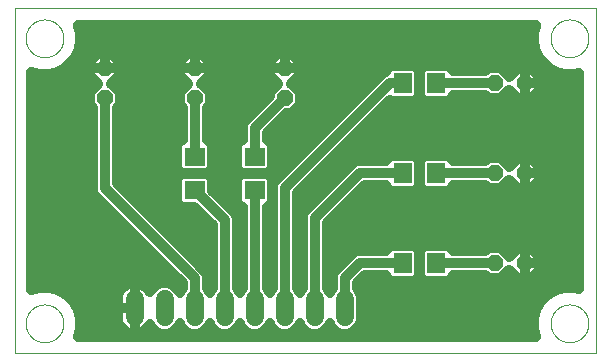
<source format=gtl>
G75*
%MOIN*%
%OFA0B0*%
%FSLAX25Y25*%
%IPPOS*%
%LPD*%
%AMOC8*
5,1,8,0,0,1.08239X$1,22.5*
%
%ADD10C,0.00000*%
%ADD11C,0.06000*%
%ADD12OC8,0.05200*%
%ADD13R,0.06299X0.07098*%
%ADD14R,0.07098X0.06299*%
%ADD15C,0.03200*%
D10*
X0002600Y0002600D02*
X0002600Y0117561D01*
X0196301Y0117561D01*
X0196301Y0002600D01*
X0002600Y0002600D01*
X0006301Y0012600D02*
X0006303Y0012758D01*
X0006309Y0012916D01*
X0006319Y0013074D01*
X0006333Y0013232D01*
X0006351Y0013389D01*
X0006372Y0013546D01*
X0006398Y0013702D01*
X0006428Y0013858D01*
X0006461Y0014013D01*
X0006499Y0014166D01*
X0006540Y0014319D01*
X0006585Y0014471D01*
X0006634Y0014622D01*
X0006687Y0014771D01*
X0006743Y0014919D01*
X0006803Y0015065D01*
X0006867Y0015210D01*
X0006935Y0015353D01*
X0007006Y0015495D01*
X0007080Y0015635D01*
X0007158Y0015772D01*
X0007240Y0015908D01*
X0007324Y0016042D01*
X0007413Y0016173D01*
X0007504Y0016302D01*
X0007599Y0016429D01*
X0007696Y0016554D01*
X0007797Y0016676D01*
X0007901Y0016795D01*
X0008008Y0016912D01*
X0008118Y0017026D01*
X0008231Y0017137D01*
X0008346Y0017246D01*
X0008464Y0017351D01*
X0008585Y0017453D01*
X0008708Y0017553D01*
X0008834Y0017649D01*
X0008962Y0017742D01*
X0009092Y0017832D01*
X0009225Y0017918D01*
X0009360Y0018002D01*
X0009496Y0018081D01*
X0009635Y0018158D01*
X0009776Y0018230D01*
X0009918Y0018300D01*
X0010062Y0018365D01*
X0010208Y0018427D01*
X0010355Y0018485D01*
X0010504Y0018540D01*
X0010654Y0018591D01*
X0010805Y0018638D01*
X0010957Y0018681D01*
X0011110Y0018720D01*
X0011265Y0018756D01*
X0011420Y0018787D01*
X0011576Y0018815D01*
X0011732Y0018839D01*
X0011889Y0018859D01*
X0012047Y0018875D01*
X0012204Y0018887D01*
X0012363Y0018895D01*
X0012521Y0018899D01*
X0012679Y0018899D01*
X0012837Y0018895D01*
X0012996Y0018887D01*
X0013153Y0018875D01*
X0013311Y0018859D01*
X0013468Y0018839D01*
X0013624Y0018815D01*
X0013780Y0018787D01*
X0013935Y0018756D01*
X0014090Y0018720D01*
X0014243Y0018681D01*
X0014395Y0018638D01*
X0014546Y0018591D01*
X0014696Y0018540D01*
X0014845Y0018485D01*
X0014992Y0018427D01*
X0015138Y0018365D01*
X0015282Y0018300D01*
X0015424Y0018230D01*
X0015565Y0018158D01*
X0015704Y0018081D01*
X0015840Y0018002D01*
X0015975Y0017918D01*
X0016108Y0017832D01*
X0016238Y0017742D01*
X0016366Y0017649D01*
X0016492Y0017553D01*
X0016615Y0017453D01*
X0016736Y0017351D01*
X0016854Y0017246D01*
X0016969Y0017137D01*
X0017082Y0017026D01*
X0017192Y0016912D01*
X0017299Y0016795D01*
X0017403Y0016676D01*
X0017504Y0016554D01*
X0017601Y0016429D01*
X0017696Y0016302D01*
X0017787Y0016173D01*
X0017876Y0016042D01*
X0017960Y0015908D01*
X0018042Y0015772D01*
X0018120Y0015635D01*
X0018194Y0015495D01*
X0018265Y0015353D01*
X0018333Y0015210D01*
X0018397Y0015065D01*
X0018457Y0014919D01*
X0018513Y0014771D01*
X0018566Y0014622D01*
X0018615Y0014471D01*
X0018660Y0014319D01*
X0018701Y0014166D01*
X0018739Y0014013D01*
X0018772Y0013858D01*
X0018802Y0013702D01*
X0018828Y0013546D01*
X0018849Y0013389D01*
X0018867Y0013232D01*
X0018881Y0013074D01*
X0018891Y0012916D01*
X0018897Y0012758D01*
X0018899Y0012600D01*
X0018897Y0012442D01*
X0018891Y0012284D01*
X0018881Y0012126D01*
X0018867Y0011968D01*
X0018849Y0011811D01*
X0018828Y0011654D01*
X0018802Y0011498D01*
X0018772Y0011342D01*
X0018739Y0011187D01*
X0018701Y0011034D01*
X0018660Y0010881D01*
X0018615Y0010729D01*
X0018566Y0010578D01*
X0018513Y0010429D01*
X0018457Y0010281D01*
X0018397Y0010135D01*
X0018333Y0009990D01*
X0018265Y0009847D01*
X0018194Y0009705D01*
X0018120Y0009565D01*
X0018042Y0009428D01*
X0017960Y0009292D01*
X0017876Y0009158D01*
X0017787Y0009027D01*
X0017696Y0008898D01*
X0017601Y0008771D01*
X0017504Y0008646D01*
X0017403Y0008524D01*
X0017299Y0008405D01*
X0017192Y0008288D01*
X0017082Y0008174D01*
X0016969Y0008063D01*
X0016854Y0007954D01*
X0016736Y0007849D01*
X0016615Y0007747D01*
X0016492Y0007647D01*
X0016366Y0007551D01*
X0016238Y0007458D01*
X0016108Y0007368D01*
X0015975Y0007282D01*
X0015840Y0007198D01*
X0015704Y0007119D01*
X0015565Y0007042D01*
X0015424Y0006970D01*
X0015282Y0006900D01*
X0015138Y0006835D01*
X0014992Y0006773D01*
X0014845Y0006715D01*
X0014696Y0006660D01*
X0014546Y0006609D01*
X0014395Y0006562D01*
X0014243Y0006519D01*
X0014090Y0006480D01*
X0013935Y0006444D01*
X0013780Y0006413D01*
X0013624Y0006385D01*
X0013468Y0006361D01*
X0013311Y0006341D01*
X0013153Y0006325D01*
X0012996Y0006313D01*
X0012837Y0006305D01*
X0012679Y0006301D01*
X0012521Y0006301D01*
X0012363Y0006305D01*
X0012204Y0006313D01*
X0012047Y0006325D01*
X0011889Y0006341D01*
X0011732Y0006361D01*
X0011576Y0006385D01*
X0011420Y0006413D01*
X0011265Y0006444D01*
X0011110Y0006480D01*
X0010957Y0006519D01*
X0010805Y0006562D01*
X0010654Y0006609D01*
X0010504Y0006660D01*
X0010355Y0006715D01*
X0010208Y0006773D01*
X0010062Y0006835D01*
X0009918Y0006900D01*
X0009776Y0006970D01*
X0009635Y0007042D01*
X0009496Y0007119D01*
X0009360Y0007198D01*
X0009225Y0007282D01*
X0009092Y0007368D01*
X0008962Y0007458D01*
X0008834Y0007551D01*
X0008708Y0007647D01*
X0008585Y0007747D01*
X0008464Y0007849D01*
X0008346Y0007954D01*
X0008231Y0008063D01*
X0008118Y0008174D01*
X0008008Y0008288D01*
X0007901Y0008405D01*
X0007797Y0008524D01*
X0007696Y0008646D01*
X0007599Y0008771D01*
X0007504Y0008898D01*
X0007413Y0009027D01*
X0007324Y0009158D01*
X0007240Y0009292D01*
X0007158Y0009428D01*
X0007080Y0009565D01*
X0007006Y0009705D01*
X0006935Y0009847D01*
X0006867Y0009990D01*
X0006803Y0010135D01*
X0006743Y0010281D01*
X0006687Y0010429D01*
X0006634Y0010578D01*
X0006585Y0010729D01*
X0006540Y0010881D01*
X0006499Y0011034D01*
X0006461Y0011187D01*
X0006428Y0011342D01*
X0006398Y0011498D01*
X0006372Y0011654D01*
X0006351Y0011811D01*
X0006333Y0011968D01*
X0006319Y0012126D01*
X0006309Y0012284D01*
X0006303Y0012442D01*
X0006301Y0012600D01*
X0006301Y0107600D02*
X0006303Y0107758D01*
X0006309Y0107916D01*
X0006319Y0108074D01*
X0006333Y0108232D01*
X0006351Y0108389D01*
X0006372Y0108546D01*
X0006398Y0108702D01*
X0006428Y0108858D01*
X0006461Y0109013D01*
X0006499Y0109166D01*
X0006540Y0109319D01*
X0006585Y0109471D01*
X0006634Y0109622D01*
X0006687Y0109771D01*
X0006743Y0109919D01*
X0006803Y0110065D01*
X0006867Y0110210D01*
X0006935Y0110353D01*
X0007006Y0110495D01*
X0007080Y0110635D01*
X0007158Y0110772D01*
X0007240Y0110908D01*
X0007324Y0111042D01*
X0007413Y0111173D01*
X0007504Y0111302D01*
X0007599Y0111429D01*
X0007696Y0111554D01*
X0007797Y0111676D01*
X0007901Y0111795D01*
X0008008Y0111912D01*
X0008118Y0112026D01*
X0008231Y0112137D01*
X0008346Y0112246D01*
X0008464Y0112351D01*
X0008585Y0112453D01*
X0008708Y0112553D01*
X0008834Y0112649D01*
X0008962Y0112742D01*
X0009092Y0112832D01*
X0009225Y0112918D01*
X0009360Y0113002D01*
X0009496Y0113081D01*
X0009635Y0113158D01*
X0009776Y0113230D01*
X0009918Y0113300D01*
X0010062Y0113365D01*
X0010208Y0113427D01*
X0010355Y0113485D01*
X0010504Y0113540D01*
X0010654Y0113591D01*
X0010805Y0113638D01*
X0010957Y0113681D01*
X0011110Y0113720D01*
X0011265Y0113756D01*
X0011420Y0113787D01*
X0011576Y0113815D01*
X0011732Y0113839D01*
X0011889Y0113859D01*
X0012047Y0113875D01*
X0012204Y0113887D01*
X0012363Y0113895D01*
X0012521Y0113899D01*
X0012679Y0113899D01*
X0012837Y0113895D01*
X0012996Y0113887D01*
X0013153Y0113875D01*
X0013311Y0113859D01*
X0013468Y0113839D01*
X0013624Y0113815D01*
X0013780Y0113787D01*
X0013935Y0113756D01*
X0014090Y0113720D01*
X0014243Y0113681D01*
X0014395Y0113638D01*
X0014546Y0113591D01*
X0014696Y0113540D01*
X0014845Y0113485D01*
X0014992Y0113427D01*
X0015138Y0113365D01*
X0015282Y0113300D01*
X0015424Y0113230D01*
X0015565Y0113158D01*
X0015704Y0113081D01*
X0015840Y0113002D01*
X0015975Y0112918D01*
X0016108Y0112832D01*
X0016238Y0112742D01*
X0016366Y0112649D01*
X0016492Y0112553D01*
X0016615Y0112453D01*
X0016736Y0112351D01*
X0016854Y0112246D01*
X0016969Y0112137D01*
X0017082Y0112026D01*
X0017192Y0111912D01*
X0017299Y0111795D01*
X0017403Y0111676D01*
X0017504Y0111554D01*
X0017601Y0111429D01*
X0017696Y0111302D01*
X0017787Y0111173D01*
X0017876Y0111042D01*
X0017960Y0110908D01*
X0018042Y0110772D01*
X0018120Y0110635D01*
X0018194Y0110495D01*
X0018265Y0110353D01*
X0018333Y0110210D01*
X0018397Y0110065D01*
X0018457Y0109919D01*
X0018513Y0109771D01*
X0018566Y0109622D01*
X0018615Y0109471D01*
X0018660Y0109319D01*
X0018701Y0109166D01*
X0018739Y0109013D01*
X0018772Y0108858D01*
X0018802Y0108702D01*
X0018828Y0108546D01*
X0018849Y0108389D01*
X0018867Y0108232D01*
X0018881Y0108074D01*
X0018891Y0107916D01*
X0018897Y0107758D01*
X0018899Y0107600D01*
X0018897Y0107442D01*
X0018891Y0107284D01*
X0018881Y0107126D01*
X0018867Y0106968D01*
X0018849Y0106811D01*
X0018828Y0106654D01*
X0018802Y0106498D01*
X0018772Y0106342D01*
X0018739Y0106187D01*
X0018701Y0106034D01*
X0018660Y0105881D01*
X0018615Y0105729D01*
X0018566Y0105578D01*
X0018513Y0105429D01*
X0018457Y0105281D01*
X0018397Y0105135D01*
X0018333Y0104990D01*
X0018265Y0104847D01*
X0018194Y0104705D01*
X0018120Y0104565D01*
X0018042Y0104428D01*
X0017960Y0104292D01*
X0017876Y0104158D01*
X0017787Y0104027D01*
X0017696Y0103898D01*
X0017601Y0103771D01*
X0017504Y0103646D01*
X0017403Y0103524D01*
X0017299Y0103405D01*
X0017192Y0103288D01*
X0017082Y0103174D01*
X0016969Y0103063D01*
X0016854Y0102954D01*
X0016736Y0102849D01*
X0016615Y0102747D01*
X0016492Y0102647D01*
X0016366Y0102551D01*
X0016238Y0102458D01*
X0016108Y0102368D01*
X0015975Y0102282D01*
X0015840Y0102198D01*
X0015704Y0102119D01*
X0015565Y0102042D01*
X0015424Y0101970D01*
X0015282Y0101900D01*
X0015138Y0101835D01*
X0014992Y0101773D01*
X0014845Y0101715D01*
X0014696Y0101660D01*
X0014546Y0101609D01*
X0014395Y0101562D01*
X0014243Y0101519D01*
X0014090Y0101480D01*
X0013935Y0101444D01*
X0013780Y0101413D01*
X0013624Y0101385D01*
X0013468Y0101361D01*
X0013311Y0101341D01*
X0013153Y0101325D01*
X0012996Y0101313D01*
X0012837Y0101305D01*
X0012679Y0101301D01*
X0012521Y0101301D01*
X0012363Y0101305D01*
X0012204Y0101313D01*
X0012047Y0101325D01*
X0011889Y0101341D01*
X0011732Y0101361D01*
X0011576Y0101385D01*
X0011420Y0101413D01*
X0011265Y0101444D01*
X0011110Y0101480D01*
X0010957Y0101519D01*
X0010805Y0101562D01*
X0010654Y0101609D01*
X0010504Y0101660D01*
X0010355Y0101715D01*
X0010208Y0101773D01*
X0010062Y0101835D01*
X0009918Y0101900D01*
X0009776Y0101970D01*
X0009635Y0102042D01*
X0009496Y0102119D01*
X0009360Y0102198D01*
X0009225Y0102282D01*
X0009092Y0102368D01*
X0008962Y0102458D01*
X0008834Y0102551D01*
X0008708Y0102647D01*
X0008585Y0102747D01*
X0008464Y0102849D01*
X0008346Y0102954D01*
X0008231Y0103063D01*
X0008118Y0103174D01*
X0008008Y0103288D01*
X0007901Y0103405D01*
X0007797Y0103524D01*
X0007696Y0103646D01*
X0007599Y0103771D01*
X0007504Y0103898D01*
X0007413Y0104027D01*
X0007324Y0104158D01*
X0007240Y0104292D01*
X0007158Y0104428D01*
X0007080Y0104565D01*
X0007006Y0104705D01*
X0006935Y0104847D01*
X0006867Y0104990D01*
X0006803Y0105135D01*
X0006743Y0105281D01*
X0006687Y0105429D01*
X0006634Y0105578D01*
X0006585Y0105729D01*
X0006540Y0105881D01*
X0006499Y0106034D01*
X0006461Y0106187D01*
X0006428Y0106342D01*
X0006398Y0106498D01*
X0006372Y0106654D01*
X0006351Y0106811D01*
X0006333Y0106968D01*
X0006319Y0107126D01*
X0006309Y0107284D01*
X0006303Y0107442D01*
X0006301Y0107600D01*
X0181301Y0107600D02*
X0181303Y0107758D01*
X0181309Y0107916D01*
X0181319Y0108074D01*
X0181333Y0108232D01*
X0181351Y0108389D01*
X0181372Y0108546D01*
X0181398Y0108702D01*
X0181428Y0108858D01*
X0181461Y0109013D01*
X0181499Y0109166D01*
X0181540Y0109319D01*
X0181585Y0109471D01*
X0181634Y0109622D01*
X0181687Y0109771D01*
X0181743Y0109919D01*
X0181803Y0110065D01*
X0181867Y0110210D01*
X0181935Y0110353D01*
X0182006Y0110495D01*
X0182080Y0110635D01*
X0182158Y0110772D01*
X0182240Y0110908D01*
X0182324Y0111042D01*
X0182413Y0111173D01*
X0182504Y0111302D01*
X0182599Y0111429D01*
X0182696Y0111554D01*
X0182797Y0111676D01*
X0182901Y0111795D01*
X0183008Y0111912D01*
X0183118Y0112026D01*
X0183231Y0112137D01*
X0183346Y0112246D01*
X0183464Y0112351D01*
X0183585Y0112453D01*
X0183708Y0112553D01*
X0183834Y0112649D01*
X0183962Y0112742D01*
X0184092Y0112832D01*
X0184225Y0112918D01*
X0184360Y0113002D01*
X0184496Y0113081D01*
X0184635Y0113158D01*
X0184776Y0113230D01*
X0184918Y0113300D01*
X0185062Y0113365D01*
X0185208Y0113427D01*
X0185355Y0113485D01*
X0185504Y0113540D01*
X0185654Y0113591D01*
X0185805Y0113638D01*
X0185957Y0113681D01*
X0186110Y0113720D01*
X0186265Y0113756D01*
X0186420Y0113787D01*
X0186576Y0113815D01*
X0186732Y0113839D01*
X0186889Y0113859D01*
X0187047Y0113875D01*
X0187204Y0113887D01*
X0187363Y0113895D01*
X0187521Y0113899D01*
X0187679Y0113899D01*
X0187837Y0113895D01*
X0187996Y0113887D01*
X0188153Y0113875D01*
X0188311Y0113859D01*
X0188468Y0113839D01*
X0188624Y0113815D01*
X0188780Y0113787D01*
X0188935Y0113756D01*
X0189090Y0113720D01*
X0189243Y0113681D01*
X0189395Y0113638D01*
X0189546Y0113591D01*
X0189696Y0113540D01*
X0189845Y0113485D01*
X0189992Y0113427D01*
X0190138Y0113365D01*
X0190282Y0113300D01*
X0190424Y0113230D01*
X0190565Y0113158D01*
X0190704Y0113081D01*
X0190840Y0113002D01*
X0190975Y0112918D01*
X0191108Y0112832D01*
X0191238Y0112742D01*
X0191366Y0112649D01*
X0191492Y0112553D01*
X0191615Y0112453D01*
X0191736Y0112351D01*
X0191854Y0112246D01*
X0191969Y0112137D01*
X0192082Y0112026D01*
X0192192Y0111912D01*
X0192299Y0111795D01*
X0192403Y0111676D01*
X0192504Y0111554D01*
X0192601Y0111429D01*
X0192696Y0111302D01*
X0192787Y0111173D01*
X0192876Y0111042D01*
X0192960Y0110908D01*
X0193042Y0110772D01*
X0193120Y0110635D01*
X0193194Y0110495D01*
X0193265Y0110353D01*
X0193333Y0110210D01*
X0193397Y0110065D01*
X0193457Y0109919D01*
X0193513Y0109771D01*
X0193566Y0109622D01*
X0193615Y0109471D01*
X0193660Y0109319D01*
X0193701Y0109166D01*
X0193739Y0109013D01*
X0193772Y0108858D01*
X0193802Y0108702D01*
X0193828Y0108546D01*
X0193849Y0108389D01*
X0193867Y0108232D01*
X0193881Y0108074D01*
X0193891Y0107916D01*
X0193897Y0107758D01*
X0193899Y0107600D01*
X0193897Y0107442D01*
X0193891Y0107284D01*
X0193881Y0107126D01*
X0193867Y0106968D01*
X0193849Y0106811D01*
X0193828Y0106654D01*
X0193802Y0106498D01*
X0193772Y0106342D01*
X0193739Y0106187D01*
X0193701Y0106034D01*
X0193660Y0105881D01*
X0193615Y0105729D01*
X0193566Y0105578D01*
X0193513Y0105429D01*
X0193457Y0105281D01*
X0193397Y0105135D01*
X0193333Y0104990D01*
X0193265Y0104847D01*
X0193194Y0104705D01*
X0193120Y0104565D01*
X0193042Y0104428D01*
X0192960Y0104292D01*
X0192876Y0104158D01*
X0192787Y0104027D01*
X0192696Y0103898D01*
X0192601Y0103771D01*
X0192504Y0103646D01*
X0192403Y0103524D01*
X0192299Y0103405D01*
X0192192Y0103288D01*
X0192082Y0103174D01*
X0191969Y0103063D01*
X0191854Y0102954D01*
X0191736Y0102849D01*
X0191615Y0102747D01*
X0191492Y0102647D01*
X0191366Y0102551D01*
X0191238Y0102458D01*
X0191108Y0102368D01*
X0190975Y0102282D01*
X0190840Y0102198D01*
X0190704Y0102119D01*
X0190565Y0102042D01*
X0190424Y0101970D01*
X0190282Y0101900D01*
X0190138Y0101835D01*
X0189992Y0101773D01*
X0189845Y0101715D01*
X0189696Y0101660D01*
X0189546Y0101609D01*
X0189395Y0101562D01*
X0189243Y0101519D01*
X0189090Y0101480D01*
X0188935Y0101444D01*
X0188780Y0101413D01*
X0188624Y0101385D01*
X0188468Y0101361D01*
X0188311Y0101341D01*
X0188153Y0101325D01*
X0187996Y0101313D01*
X0187837Y0101305D01*
X0187679Y0101301D01*
X0187521Y0101301D01*
X0187363Y0101305D01*
X0187204Y0101313D01*
X0187047Y0101325D01*
X0186889Y0101341D01*
X0186732Y0101361D01*
X0186576Y0101385D01*
X0186420Y0101413D01*
X0186265Y0101444D01*
X0186110Y0101480D01*
X0185957Y0101519D01*
X0185805Y0101562D01*
X0185654Y0101609D01*
X0185504Y0101660D01*
X0185355Y0101715D01*
X0185208Y0101773D01*
X0185062Y0101835D01*
X0184918Y0101900D01*
X0184776Y0101970D01*
X0184635Y0102042D01*
X0184496Y0102119D01*
X0184360Y0102198D01*
X0184225Y0102282D01*
X0184092Y0102368D01*
X0183962Y0102458D01*
X0183834Y0102551D01*
X0183708Y0102647D01*
X0183585Y0102747D01*
X0183464Y0102849D01*
X0183346Y0102954D01*
X0183231Y0103063D01*
X0183118Y0103174D01*
X0183008Y0103288D01*
X0182901Y0103405D01*
X0182797Y0103524D01*
X0182696Y0103646D01*
X0182599Y0103771D01*
X0182504Y0103898D01*
X0182413Y0104027D01*
X0182324Y0104158D01*
X0182240Y0104292D01*
X0182158Y0104428D01*
X0182080Y0104565D01*
X0182006Y0104705D01*
X0181935Y0104847D01*
X0181867Y0104990D01*
X0181803Y0105135D01*
X0181743Y0105281D01*
X0181687Y0105429D01*
X0181634Y0105578D01*
X0181585Y0105729D01*
X0181540Y0105881D01*
X0181499Y0106034D01*
X0181461Y0106187D01*
X0181428Y0106342D01*
X0181398Y0106498D01*
X0181372Y0106654D01*
X0181351Y0106811D01*
X0181333Y0106968D01*
X0181319Y0107126D01*
X0181309Y0107284D01*
X0181303Y0107442D01*
X0181301Y0107600D01*
X0181301Y0012600D02*
X0181303Y0012758D01*
X0181309Y0012916D01*
X0181319Y0013074D01*
X0181333Y0013232D01*
X0181351Y0013389D01*
X0181372Y0013546D01*
X0181398Y0013702D01*
X0181428Y0013858D01*
X0181461Y0014013D01*
X0181499Y0014166D01*
X0181540Y0014319D01*
X0181585Y0014471D01*
X0181634Y0014622D01*
X0181687Y0014771D01*
X0181743Y0014919D01*
X0181803Y0015065D01*
X0181867Y0015210D01*
X0181935Y0015353D01*
X0182006Y0015495D01*
X0182080Y0015635D01*
X0182158Y0015772D01*
X0182240Y0015908D01*
X0182324Y0016042D01*
X0182413Y0016173D01*
X0182504Y0016302D01*
X0182599Y0016429D01*
X0182696Y0016554D01*
X0182797Y0016676D01*
X0182901Y0016795D01*
X0183008Y0016912D01*
X0183118Y0017026D01*
X0183231Y0017137D01*
X0183346Y0017246D01*
X0183464Y0017351D01*
X0183585Y0017453D01*
X0183708Y0017553D01*
X0183834Y0017649D01*
X0183962Y0017742D01*
X0184092Y0017832D01*
X0184225Y0017918D01*
X0184360Y0018002D01*
X0184496Y0018081D01*
X0184635Y0018158D01*
X0184776Y0018230D01*
X0184918Y0018300D01*
X0185062Y0018365D01*
X0185208Y0018427D01*
X0185355Y0018485D01*
X0185504Y0018540D01*
X0185654Y0018591D01*
X0185805Y0018638D01*
X0185957Y0018681D01*
X0186110Y0018720D01*
X0186265Y0018756D01*
X0186420Y0018787D01*
X0186576Y0018815D01*
X0186732Y0018839D01*
X0186889Y0018859D01*
X0187047Y0018875D01*
X0187204Y0018887D01*
X0187363Y0018895D01*
X0187521Y0018899D01*
X0187679Y0018899D01*
X0187837Y0018895D01*
X0187996Y0018887D01*
X0188153Y0018875D01*
X0188311Y0018859D01*
X0188468Y0018839D01*
X0188624Y0018815D01*
X0188780Y0018787D01*
X0188935Y0018756D01*
X0189090Y0018720D01*
X0189243Y0018681D01*
X0189395Y0018638D01*
X0189546Y0018591D01*
X0189696Y0018540D01*
X0189845Y0018485D01*
X0189992Y0018427D01*
X0190138Y0018365D01*
X0190282Y0018300D01*
X0190424Y0018230D01*
X0190565Y0018158D01*
X0190704Y0018081D01*
X0190840Y0018002D01*
X0190975Y0017918D01*
X0191108Y0017832D01*
X0191238Y0017742D01*
X0191366Y0017649D01*
X0191492Y0017553D01*
X0191615Y0017453D01*
X0191736Y0017351D01*
X0191854Y0017246D01*
X0191969Y0017137D01*
X0192082Y0017026D01*
X0192192Y0016912D01*
X0192299Y0016795D01*
X0192403Y0016676D01*
X0192504Y0016554D01*
X0192601Y0016429D01*
X0192696Y0016302D01*
X0192787Y0016173D01*
X0192876Y0016042D01*
X0192960Y0015908D01*
X0193042Y0015772D01*
X0193120Y0015635D01*
X0193194Y0015495D01*
X0193265Y0015353D01*
X0193333Y0015210D01*
X0193397Y0015065D01*
X0193457Y0014919D01*
X0193513Y0014771D01*
X0193566Y0014622D01*
X0193615Y0014471D01*
X0193660Y0014319D01*
X0193701Y0014166D01*
X0193739Y0014013D01*
X0193772Y0013858D01*
X0193802Y0013702D01*
X0193828Y0013546D01*
X0193849Y0013389D01*
X0193867Y0013232D01*
X0193881Y0013074D01*
X0193891Y0012916D01*
X0193897Y0012758D01*
X0193899Y0012600D01*
X0193897Y0012442D01*
X0193891Y0012284D01*
X0193881Y0012126D01*
X0193867Y0011968D01*
X0193849Y0011811D01*
X0193828Y0011654D01*
X0193802Y0011498D01*
X0193772Y0011342D01*
X0193739Y0011187D01*
X0193701Y0011034D01*
X0193660Y0010881D01*
X0193615Y0010729D01*
X0193566Y0010578D01*
X0193513Y0010429D01*
X0193457Y0010281D01*
X0193397Y0010135D01*
X0193333Y0009990D01*
X0193265Y0009847D01*
X0193194Y0009705D01*
X0193120Y0009565D01*
X0193042Y0009428D01*
X0192960Y0009292D01*
X0192876Y0009158D01*
X0192787Y0009027D01*
X0192696Y0008898D01*
X0192601Y0008771D01*
X0192504Y0008646D01*
X0192403Y0008524D01*
X0192299Y0008405D01*
X0192192Y0008288D01*
X0192082Y0008174D01*
X0191969Y0008063D01*
X0191854Y0007954D01*
X0191736Y0007849D01*
X0191615Y0007747D01*
X0191492Y0007647D01*
X0191366Y0007551D01*
X0191238Y0007458D01*
X0191108Y0007368D01*
X0190975Y0007282D01*
X0190840Y0007198D01*
X0190704Y0007119D01*
X0190565Y0007042D01*
X0190424Y0006970D01*
X0190282Y0006900D01*
X0190138Y0006835D01*
X0189992Y0006773D01*
X0189845Y0006715D01*
X0189696Y0006660D01*
X0189546Y0006609D01*
X0189395Y0006562D01*
X0189243Y0006519D01*
X0189090Y0006480D01*
X0188935Y0006444D01*
X0188780Y0006413D01*
X0188624Y0006385D01*
X0188468Y0006361D01*
X0188311Y0006341D01*
X0188153Y0006325D01*
X0187996Y0006313D01*
X0187837Y0006305D01*
X0187679Y0006301D01*
X0187521Y0006301D01*
X0187363Y0006305D01*
X0187204Y0006313D01*
X0187047Y0006325D01*
X0186889Y0006341D01*
X0186732Y0006361D01*
X0186576Y0006385D01*
X0186420Y0006413D01*
X0186265Y0006444D01*
X0186110Y0006480D01*
X0185957Y0006519D01*
X0185805Y0006562D01*
X0185654Y0006609D01*
X0185504Y0006660D01*
X0185355Y0006715D01*
X0185208Y0006773D01*
X0185062Y0006835D01*
X0184918Y0006900D01*
X0184776Y0006970D01*
X0184635Y0007042D01*
X0184496Y0007119D01*
X0184360Y0007198D01*
X0184225Y0007282D01*
X0184092Y0007368D01*
X0183962Y0007458D01*
X0183834Y0007551D01*
X0183708Y0007647D01*
X0183585Y0007747D01*
X0183464Y0007849D01*
X0183346Y0007954D01*
X0183231Y0008063D01*
X0183118Y0008174D01*
X0183008Y0008288D01*
X0182901Y0008405D01*
X0182797Y0008524D01*
X0182696Y0008646D01*
X0182599Y0008771D01*
X0182504Y0008898D01*
X0182413Y0009027D01*
X0182324Y0009158D01*
X0182240Y0009292D01*
X0182158Y0009428D01*
X0182080Y0009565D01*
X0182006Y0009705D01*
X0181935Y0009847D01*
X0181867Y0009990D01*
X0181803Y0010135D01*
X0181743Y0010281D01*
X0181687Y0010429D01*
X0181634Y0010578D01*
X0181585Y0010729D01*
X0181540Y0010881D01*
X0181499Y0011034D01*
X0181461Y0011187D01*
X0181428Y0011342D01*
X0181398Y0011498D01*
X0181372Y0011654D01*
X0181351Y0011811D01*
X0181333Y0011968D01*
X0181319Y0012126D01*
X0181309Y0012284D01*
X0181303Y0012442D01*
X0181301Y0012600D01*
D11*
X0112600Y0014600D02*
X0112600Y0020600D01*
X0102600Y0020600D02*
X0102600Y0014600D01*
X0092600Y0014600D02*
X0092600Y0020600D01*
X0082600Y0020600D02*
X0082600Y0014600D01*
X0072600Y0014600D02*
X0072600Y0020600D01*
X0062600Y0020600D02*
X0062600Y0014600D01*
X0052600Y0014600D02*
X0052600Y0020600D01*
X0042600Y0020600D02*
X0042600Y0014600D01*
D12*
X0032600Y0087600D03*
X0032600Y0097600D03*
X0062600Y0097600D03*
X0062600Y0087600D03*
X0092600Y0087600D03*
X0092600Y0097600D03*
X0162600Y0092600D03*
X0172600Y0092600D03*
X0172600Y0062600D03*
X0162600Y0062600D03*
X0162600Y0032600D03*
X0172600Y0032600D03*
D13*
X0143198Y0032600D03*
X0132002Y0032600D03*
X0132002Y0062600D03*
X0143198Y0062600D03*
X0143198Y0092600D03*
X0132002Y0092600D03*
D14*
X0082600Y0068198D03*
X0082600Y0057002D03*
X0062600Y0057002D03*
X0062600Y0068198D03*
D15*
X0062600Y0087600D01*
X0066600Y0084529D02*
X0067600Y0085529D01*
X0067600Y0089671D01*
X0064812Y0092459D01*
X0067800Y0095446D01*
X0067800Y0097600D01*
X0067800Y0099754D01*
X0064754Y0102800D01*
X0062600Y0102800D01*
X0062600Y0097600D01*
X0067800Y0097600D01*
X0062600Y0097600D01*
X0062600Y0097600D01*
X0062600Y0097600D01*
X0062600Y0097600D01*
X0057400Y0097600D01*
X0057400Y0099754D01*
X0060446Y0102800D01*
X0062600Y0102800D01*
X0062600Y0097600D01*
X0057400Y0097600D01*
X0057400Y0095446D01*
X0060388Y0092459D01*
X0057600Y0089671D01*
X0057600Y0085529D01*
X0058600Y0084529D01*
X0058600Y0073748D01*
X0058573Y0073748D01*
X0057691Y0073383D01*
X0057016Y0072708D01*
X0056651Y0071825D01*
X0056651Y0064571D01*
X0057016Y0063689D01*
X0057691Y0063014D01*
X0058573Y0062649D01*
X0066627Y0062649D01*
X0067509Y0063014D01*
X0068184Y0063689D01*
X0068549Y0064571D01*
X0068549Y0071825D01*
X0068184Y0072708D01*
X0067509Y0073383D01*
X0066627Y0073748D01*
X0066600Y0073748D01*
X0066600Y0084529D01*
X0067600Y0085761D02*
X0085104Y0085761D01*
X0087600Y0088257D02*
X0079209Y0079866D01*
X0078600Y0078396D01*
X0078600Y0073748D01*
X0078573Y0073748D01*
X0077691Y0073383D01*
X0077016Y0072708D01*
X0076651Y0071825D01*
X0076651Y0064571D01*
X0077016Y0063689D01*
X0077691Y0063014D01*
X0078573Y0062649D01*
X0086627Y0062649D01*
X0087509Y0063014D01*
X0088184Y0063689D01*
X0088549Y0064571D01*
X0088549Y0071825D01*
X0088184Y0072708D01*
X0087509Y0073383D01*
X0086627Y0073748D01*
X0086600Y0073748D01*
X0086600Y0075943D01*
X0093257Y0082600D01*
X0094671Y0082600D01*
X0097600Y0085529D01*
X0097600Y0089671D01*
X0094812Y0092459D01*
X0097800Y0095446D01*
X0097800Y0097600D01*
X0097800Y0099754D01*
X0094754Y0102800D01*
X0092600Y0102800D01*
X0092600Y0097600D01*
X0097800Y0097600D01*
X0092600Y0097600D01*
X0092600Y0097600D01*
X0092600Y0097600D01*
X0092600Y0097600D01*
X0087400Y0097600D01*
X0087400Y0099754D01*
X0090446Y0102800D01*
X0092600Y0102800D01*
X0092600Y0097600D01*
X0087400Y0097600D01*
X0087400Y0095446D01*
X0090388Y0092459D01*
X0087600Y0089671D01*
X0087600Y0088257D01*
X0087600Y0088960D02*
X0067600Y0088960D01*
X0065113Y0092158D02*
X0090087Y0092158D01*
X0087489Y0095357D02*
X0067711Y0095357D01*
X0067800Y0098555D02*
X0087400Y0098555D01*
X0089400Y0101754D02*
X0065800Y0101754D01*
X0062600Y0101754D02*
X0062600Y0101754D01*
X0059400Y0101754D02*
X0035800Y0101754D01*
X0034754Y0102800D02*
X0032600Y0102800D01*
X0032600Y0097600D01*
X0032600Y0097600D01*
X0037800Y0097600D01*
X0037800Y0099754D01*
X0034754Y0102800D01*
X0032600Y0102800D02*
X0030446Y0102800D01*
X0027400Y0099754D01*
X0027400Y0097600D01*
X0032600Y0097600D01*
X0032600Y0097600D01*
X0032600Y0097600D01*
X0032600Y0102800D01*
X0032600Y0101754D02*
X0032600Y0101754D01*
X0029400Y0101754D02*
X0022965Y0101754D01*
X0023688Y0103007D02*
X0022122Y0100294D01*
X0019906Y0098078D01*
X0017193Y0096512D01*
X0014167Y0095701D01*
X0011033Y0095701D01*
X0008200Y0096460D01*
X0008200Y0023740D01*
X0011033Y0024499D01*
X0014167Y0024499D01*
X0017193Y0023688D01*
X0019906Y0022122D01*
X0022122Y0019906D01*
X0023688Y0017193D01*
X0024499Y0014167D01*
X0024499Y0011033D01*
X0023740Y0008200D01*
X0176460Y0008200D01*
X0175701Y0011033D01*
X0175701Y0014167D01*
X0176512Y0017193D01*
X0178078Y0019906D01*
X0180294Y0022122D01*
X0183007Y0023688D01*
X0186033Y0024499D01*
X0189167Y0024499D01*
X0190701Y0024088D01*
X0190701Y0096112D01*
X0189167Y0095701D01*
X0186033Y0095701D01*
X0183007Y0096512D01*
X0180294Y0098078D01*
X0178078Y0100294D01*
X0176512Y0103007D01*
X0175701Y0106033D01*
X0175701Y0109167D01*
X0176449Y0111961D01*
X0023751Y0111961D01*
X0024499Y0109167D01*
X0024499Y0106033D01*
X0023688Y0103007D01*
X0024210Y0104952D02*
X0175990Y0104952D01*
X0175701Y0108151D02*
X0024499Y0108151D01*
X0023914Y0111349D02*
X0176286Y0111349D01*
X0177235Y0101754D02*
X0095800Y0101754D01*
X0092600Y0101754D02*
X0092600Y0101754D01*
X0092600Y0098555D02*
X0092600Y0098555D01*
X0097800Y0098555D02*
X0179817Y0098555D01*
X0177197Y0095357D02*
X0190701Y0095357D01*
X0190701Y0092158D02*
X0177800Y0092158D01*
X0177800Y0092600D02*
X0177800Y0090446D01*
X0174754Y0087400D01*
X0172600Y0087400D01*
X0172600Y0092600D01*
X0172600Y0092600D01*
X0172600Y0097800D01*
X0174754Y0097800D01*
X0177800Y0094754D01*
X0177800Y0092600D01*
X0172600Y0092600D01*
X0172600Y0092600D01*
X0172600Y0097800D01*
X0170446Y0097800D01*
X0167459Y0094812D01*
X0164671Y0097600D01*
X0160529Y0097600D01*
X0159529Y0096600D01*
X0148748Y0096600D01*
X0148748Y0096627D01*
X0148383Y0097509D01*
X0147708Y0098184D01*
X0146825Y0098549D01*
X0139571Y0098549D01*
X0138689Y0098184D01*
X0138014Y0097509D01*
X0137649Y0096627D01*
X0137649Y0088573D01*
X0138014Y0087691D01*
X0138689Y0087016D01*
X0139571Y0086651D01*
X0146825Y0086651D01*
X0147708Y0087016D01*
X0148383Y0087691D01*
X0148748Y0088573D01*
X0148748Y0088600D01*
X0159529Y0088600D01*
X0160529Y0087600D01*
X0164671Y0087600D01*
X0167459Y0090388D01*
X0170446Y0087400D01*
X0172600Y0087400D01*
X0172600Y0092600D01*
X0177800Y0092600D01*
X0172600Y0092600D02*
X0172600Y0092600D01*
X0172600Y0092158D02*
X0172600Y0092158D01*
X0172600Y0088960D02*
X0172600Y0088960D01*
X0176314Y0088960D02*
X0190701Y0088960D01*
X0190701Y0085761D02*
X0126418Y0085761D01*
X0127620Y0086963D02*
X0128375Y0086651D01*
X0135629Y0086651D01*
X0136511Y0087016D01*
X0137186Y0087691D01*
X0137551Y0088573D01*
X0137551Y0096627D01*
X0137186Y0097509D01*
X0136511Y0098184D01*
X0135629Y0098549D01*
X0128375Y0098549D01*
X0127492Y0098184D01*
X0126817Y0097509D01*
X0126452Y0096627D01*
X0126452Y0096454D01*
X0125334Y0095991D01*
X0124209Y0094866D01*
X0124209Y0094866D01*
X0090334Y0060991D01*
X0089209Y0059866D01*
X0088600Y0058396D01*
X0088600Y0024237D01*
X0088022Y0023659D01*
X0087600Y0022640D01*
X0087178Y0023659D01*
X0086600Y0024237D01*
X0086600Y0051452D01*
X0086627Y0051452D01*
X0087509Y0051817D01*
X0088184Y0052492D01*
X0088549Y0053375D01*
X0088549Y0060629D01*
X0088184Y0061511D01*
X0087509Y0062186D01*
X0086627Y0062551D01*
X0078573Y0062551D01*
X0077691Y0062186D01*
X0077016Y0061511D01*
X0076651Y0060629D01*
X0076651Y0053375D01*
X0077016Y0052492D01*
X0077691Y0051817D01*
X0078573Y0051452D01*
X0078600Y0051452D01*
X0078600Y0024237D01*
X0078022Y0023659D01*
X0077600Y0022640D01*
X0077178Y0023659D01*
X0076600Y0024237D01*
X0076600Y0047797D01*
X0075991Y0049267D01*
X0068549Y0056709D01*
X0068549Y0060629D01*
X0068184Y0061511D01*
X0067509Y0062186D01*
X0066627Y0062551D01*
X0058573Y0062551D01*
X0057691Y0062186D01*
X0057016Y0061511D01*
X0056651Y0060629D01*
X0056651Y0053375D01*
X0057016Y0052492D01*
X0057691Y0051817D01*
X0058573Y0051452D01*
X0062493Y0051452D01*
X0068600Y0045345D01*
X0068600Y0024237D01*
X0068022Y0023659D01*
X0067600Y0022640D01*
X0067178Y0023659D01*
X0066600Y0024237D01*
X0066600Y0028396D01*
X0065991Y0029866D01*
X0036600Y0059257D01*
X0036600Y0084529D01*
X0037600Y0085529D01*
X0037600Y0089671D01*
X0034812Y0092459D01*
X0037800Y0095446D01*
X0037800Y0097600D01*
X0032600Y0097600D01*
X0027400Y0097600D01*
X0027400Y0095446D01*
X0030388Y0092459D01*
X0027600Y0089671D01*
X0027600Y0085529D01*
X0028600Y0084529D01*
X0028600Y0056804D01*
X0029209Y0055334D01*
X0030334Y0054209D01*
X0058600Y0025943D01*
X0058600Y0024237D01*
X0058022Y0023659D01*
X0057600Y0022640D01*
X0057178Y0023659D01*
X0055659Y0025178D01*
X0053674Y0026000D01*
X0051526Y0026000D01*
X0049541Y0025178D01*
X0048022Y0023659D01*
X0047710Y0022906D01*
X0047390Y0023535D01*
X0046871Y0024248D01*
X0046248Y0024871D01*
X0045535Y0025390D01*
X0044750Y0025790D01*
X0043911Y0026062D01*
X0043041Y0026200D01*
X0042600Y0026200D01*
X0042600Y0017600D01*
X0042600Y0017600D01*
X0042600Y0009000D01*
X0043041Y0009000D01*
X0043911Y0009138D01*
X0044750Y0009410D01*
X0045535Y0009810D01*
X0046248Y0010329D01*
X0046871Y0010952D01*
X0047390Y0011665D01*
X0047710Y0012294D01*
X0048022Y0011541D01*
X0049541Y0010022D01*
X0051526Y0009200D01*
X0053674Y0009200D01*
X0055659Y0010022D01*
X0057178Y0011541D01*
X0057600Y0012560D01*
X0058022Y0011541D01*
X0059541Y0010022D01*
X0061526Y0009200D01*
X0063674Y0009200D01*
X0065659Y0010022D01*
X0067178Y0011541D01*
X0067600Y0012560D01*
X0068022Y0011541D01*
X0069541Y0010022D01*
X0071526Y0009200D01*
X0073674Y0009200D01*
X0075659Y0010022D01*
X0077178Y0011541D01*
X0077600Y0012560D01*
X0078022Y0011541D01*
X0079541Y0010022D01*
X0081526Y0009200D01*
X0083674Y0009200D01*
X0085659Y0010022D01*
X0087178Y0011541D01*
X0087600Y0012560D01*
X0088022Y0011541D01*
X0089541Y0010022D01*
X0091526Y0009200D01*
X0093674Y0009200D01*
X0095659Y0010022D01*
X0097178Y0011541D01*
X0097600Y0012560D01*
X0098022Y0011541D01*
X0099541Y0010022D01*
X0101526Y0009200D01*
X0103674Y0009200D01*
X0105659Y0010022D01*
X0107178Y0011541D01*
X0107600Y0012560D01*
X0108022Y0011541D01*
X0109541Y0010022D01*
X0111526Y0009200D01*
X0113674Y0009200D01*
X0115659Y0010022D01*
X0117178Y0011541D01*
X0118000Y0013526D01*
X0118000Y0021674D01*
X0117178Y0023659D01*
X0116600Y0024237D01*
X0116600Y0025943D01*
X0119257Y0028600D01*
X0126452Y0028600D01*
X0126452Y0028573D01*
X0126817Y0027691D01*
X0127492Y0027016D01*
X0128375Y0026651D01*
X0135629Y0026651D01*
X0136511Y0027016D01*
X0137186Y0027691D01*
X0137551Y0028573D01*
X0137551Y0036627D01*
X0137186Y0037509D01*
X0136511Y0038184D01*
X0135629Y0038549D01*
X0128375Y0038549D01*
X0127492Y0038184D01*
X0126817Y0037509D01*
X0126452Y0036627D01*
X0126452Y0036600D01*
X0116804Y0036600D01*
X0115334Y0035991D01*
X0114209Y0034866D01*
X0109209Y0029866D01*
X0108600Y0028396D01*
X0108600Y0024237D01*
X0108022Y0023659D01*
X0107600Y0022640D01*
X0107178Y0023659D01*
X0106600Y0024237D01*
X0106600Y0045943D01*
X0119257Y0058600D01*
X0126452Y0058600D01*
X0126452Y0058573D01*
X0126817Y0057691D01*
X0127492Y0057016D01*
X0128375Y0056651D01*
X0135629Y0056651D01*
X0136511Y0057016D01*
X0137186Y0057691D01*
X0137551Y0058573D01*
X0137551Y0066627D01*
X0137186Y0067509D01*
X0136511Y0068184D01*
X0135629Y0068549D01*
X0128375Y0068549D01*
X0127492Y0068184D01*
X0126817Y0067509D01*
X0126452Y0066627D01*
X0126452Y0066600D01*
X0116804Y0066600D01*
X0115334Y0065991D01*
X0114209Y0064866D01*
X0099209Y0049866D01*
X0098600Y0048396D01*
X0098600Y0024237D01*
X0098022Y0023659D01*
X0097600Y0022640D01*
X0097178Y0023659D01*
X0096600Y0024237D01*
X0096600Y0055943D01*
X0127620Y0086963D01*
X0123220Y0082563D02*
X0190701Y0082563D01*
X0190701Y0079364D02*
X0120021Y0079364D01*
X0116823Y0076166D02*
X0190701Y0076166D01*
X0190701Y0072967D02*
X0113624Y0072967D01*
X0110426Y0069769D02*
X0190701Y0069769D01*
X0190701Y0066570D02*
X0175984Y0066570D01*
X0174754Y0067800D02*
X0172600Y0067800D01*
X0172600Y0062600D01*
X0177800Y0062600D01*
X0177800Y0064754D01*
X0174754Y0067800D01*
X0172600Y0067800D02*
X0170446Y0067800D01*
X0167459Y0064812D01*
X0164671Y0067600D01*
X0160529Y0067600D01*
X0159529Y0066600D01*
X0148748Y0066600D01*
X0148748Y0066627D01*
X0148383Y0067509D01*
X0147708Y0068184D01*
X0146825Y0068549D01*
X0139571Y0068549D01*
X0138689Y0068184D01*
X0138014Y0067509D01*
X0137649Y0066627D01*
X0137649Y0058573D01*
X0138014Y0057691D01*
X0138689Y0057016D01*
X0139571Y0056651D01*
X0146825Y0056651D01*
X0147708Y0057016D01*
X0148383Y0057691D01*
X0148748Y0058573D01*
X0148748Y0058600D01*
X0159529Y0058600D01*
X0160529Y0057600D01*
X0164671Y0057600D01*
X0167459Y0060388D01*
X0170446Y0057400D01*
X0172600Y0057400D01*
X0174754Y0057400D01*
X0177800Y0060446D01*
X0177800Y0062600D01*
X0172600Y0062600D01*
X0172600Y0062600D01*
X0172600Y0062600D01*
X0172600Y0057400D01*
X0172600Y0062600D01*
X0172600Y0062600D01*
X0172600Y0067800D01*
X0172600Y0066570D02*
X0172600Y0066570D01*
X0169216Y0066570D02*
X0165701Y0066570D01*
X0162600Y0062600D02*
X0143198Y0062600D01*
X0137649Y0063372D02*
X0137551Y0063372D01*
X0137551Y0060173D02*
X0137649Y0060173D01*
X0138789Y0056975D02*
X0136411Y0056975D01*
X0132002Y0062600D02*
X0117600Y0062600D01*
X0102600Y0047600D01*
X0102600Y0017600D01*
X0107449Y0012196D02*
X0107751Y0012196D01*
X0112600Y0017600D02*
X0112600Y0027600D01*
X0117600Y0032600D01*
X0132002Y0032600D01*
X0137551Y0031387D02*
X0137649Y0031387D01*
X0137649Y0034585D02*
X0137551Y0034585D01*
X0137649Y0036627D02*
X0137649Y0028573D01*
X0138014Y0027691D01*
X0138689Y0027016D01*
X0139571Y0026651D01*
X0146825Y0026651D01*
X0147708Y0027016D01*
X0148383Y0027691D01*
X0148748Y0028573D01*
X0148748Y0028600D01*
X0159529Y0028600D01*
X0160529Y0027600D01*
X0164671Y0027600D01*
X0167459Y0030388D01*
X0170446Y0027400D01*
X0172600Y0027400D01*
X0174754Y0027400D01*
X0177800Y0030446D01*
X0177800Y0032600D01*
X0177800Y0034754D01*
X0174754Y0037800D01*
X0172600Y0037800D01*
X0172600Y0032600D01*
X0172600Y0032600D01*
X0177800Y0032600D01*
X0172600Y0032600D01*
X0172600Y0032600D01*
X0172600Y0037800D01*
X0170446Y0037800D01*
X0167459Y0034812D01*
X0164671Y0037600D01*
X0160529Y0037600D01*
X0159529Y0036600D01*
X0148748Y0036600D01*
X0148748Y0036627D01*
X0148383Y0037509D01*
X0147708Y0038184D01*
X0146825Y0038549D01*
X0139571Y0038549D01*
X0138689Y0038184D01*
X0138014Y0037509D01*
X0137649Y0036627D01*
X0138289Y0037784D02*
X0136911Y0037784D01*
X0143198Y0032600D02*
X0162600Y0032600D01*
X0165259Y0028188D02*
X0169658Y0028188D01*
X0172600Y0028188D02*
X0172600Y0028188D01*
X0172600Y0027400D02*
X0172600Y0032600D01*
X0172600Y0032600D01*
X0172600Y0027400D01*
X0175542Y0028188D02*
X0190701Y0028188D01*
X0190701Y0024990D02*
X0116600Y0024990D01*
X0117952Y0021791D02*
X0179963Y0021791D01*
X0177320Y0018593D02*
X0118000Y0018593D01*
X0118000Y0015394D02*
X0176030Y0015394D01*
X0175701Y0012196D02*
X0117449Y0012196D01*
X0108600Y0024990D02*
X0106600Y0024990D01*
X0106600Y0028188D02*
X0108600Y0028188D01*
X0106600Y0031387D02*
X0110730Y0031387D01*
X0113928Y0034585D02*
X0106600Y0034585D01*
X0106600Y0037784D02*
X0127092Y0037784D01*
X0126612Y0028188D02*
X0118845Y0028188D01*
X0137392Y0028188D02*
X0137808Y0028188D01*
X0148588Y0028188D02*
X0159941Y0028188D01*
X0172600Y0031387D02*
X0172600Y0031387D01*
X0172600Y0034585D02*
X0172600Y0034585D01*
X0177800Y0034585D02*
X0190701Y0034585D01*
X0190701Y0031387D02*
X0177800Y0031387D01*
X0174770Y0037784D02*
X0190701Y0037784D01*
X0190701Y0040982D02*
X0106600Y0040982D01*
X0106600Y0044181D02*
X0190701Y0044181D01*
X0190701Y0047379D02*
X0108036Y0047379D01*
X0111235Y0050578D02*
X0190701Y0050578D01*
X0190701Y0053776D02*
X0114433Y0053776D01*
X0117632Y0056975D02*
X0127593Y0056975D01*
X0112715Y0063372D02*
X0104029Y0063372D01*
X0100830Y0060173D02*
X0109516Y0060173D01*
X0106318Y0056975D02*
X0097632Y0056975D01*
X0092600Y0057600D02*
X0127600Y0092600D01*
X0132002Y0092600D01*
X0137551Y0092158D02*
X0137649Y0092158D01*
X0137649Y0088960D02*
X0137551Y0088960D01*
X0143198Y0092600D02*
X0162600Y0092600D01*
X0166914Y0095357D02*
X0168003Y0095357D01*
X0172600Y0095357D02*
X0172600Y0095357D01*
X0168886Y0088960D02*
X0166031Y0088960D01*
X0137649Y0095357D02*
X0137551Y0095357D01*
X0124700Y0095357D02*
X0097711Y0095357D01*
X0095113Y0092158D02*
X0121501Y0092158D01*
X0118303Y0088960D02*
X0097600Y0088960D01*
X0092600Y0087600D02*
X0082600Y0077600D01*
X0082600Y0068198D01*
X0088549Y0069769D02*
X0099112Y0069769D01*
X0102310Y0072967D02*
X0087924Y0072967D01*
X0086823Y0076166D02*
X0105509Y0076166D01*
X0108707Y0079364D02*
X0090021Y0079364D01*
X0093220Y0082563D02*
X0111906Y0082563D01*
X0115104Y0085761D02*
X0097600Y0085761D01*
X0081906Y0082563D02*
X0066600Y0082563D01*
X0066600Y0079364D02*
X0079001Y0079364D01*
X0078600Y0076166D02*
X0066600Y0076166D01*
X0067924Y0072967D02*
X0077276Y0072967D01*
X0076651Y0069769D02*
X0068549Y0069769D01*
X0068549Y0066570D02*
X0076651Y0066570D01*
X0077334Y0063372D02*
X0067866Y0063372D01*
X0068549Y0060173D02*
X0076651Y0060173D01*
X0076651Y0056975D02*
X0068549Y0056975D01*
X0071482Y0053776D02*
X0076651Y0053776D01*
X0078600Y0050578D02*
X0074681Y0050578D01*
X0076600Y0047379D02*
X0078600Y0047379D01*
X0078600Y0044181D02*
X0076600Y0044181D01*
X0076600Y0040982D02*
X0078600Y0040982D01*
X0078600Y0037784D02*
X0076600Y0037784D01*
X0076600Y0034585D02*
X0078600Y0034585D01*
X0078600Y0031387D02*
X0076600Y0031387D01*
X0076600Y0028188D02*
X0078600Y0028188D01*
X0078600Y0024990D02*
X0076600Y0024990D01*
X0068600Y0024990D02*
X0066600Y0024990D01*
X0062600Y0027600D02*
X0032600Y0057600D01*
X0032600Y0087600D01*
X0037600Y0088960D02*
X0057600Y0088960D01*
X0060087Y0092158D02*
X0035113Y0092158D01*
X0030087Y0092158D02*
X0008200Y0092158D01*
X0008200Y0088960D02*
X0027600Y0088960D01*
X0027600Y0085761D02*
X0008200Y0085761D01*
X0008200Y0082563D02*
X0028600Y0082563D01*
X0028600Y0079364D02*
X0008200Y0079364D01*
X0008200Y0076166D02*
X0028600Y0076166D01*
X0028600Y0072967D02*
X0008200Y0072967D01*
X0008200Y0069769D02*
X0028600Y0069769D01*
X0028600Y0066570D02*
X0008200Y0066570D01*
X0008200Y0063372D02*
X0028600Y0063372D01*
X0028600Y0060173D02*
X0008200Y0060173D01*
X0008200Y0056975D02*
X0028600Y0056975D01*
X0030767Y0053776D02*
X0008200Y0053776D01*
X0008200Y0050578D02*
X0033965Y0050578D01*
X0037164Y0047379D02*
X0008200Y0047379D01*
X0008200Y0044181D02*
X0040362Y0044181D01*
X0043561Y0040982D02*
X0008200Y0040982D01*
X0008200Y0037784D02*
X0046760Y0037784D01*
X0049958Y0034585D02*
X0008200Y0034585D01*
X0008200Y0031387D02*
X0053157Y0031387D01*
X0056355Y0028188D02*
X0008200Y0028188D01*
X0008200Y0024990D02*
X0039114Y0024990D01*
X0038952Y0024871D02*
X0038329Y0024248D01*
X0037810Y0023535D01*
X0037410Y0022750D01*
X0037138Y0021911D01*
X0037000Y0021041D01*
X0037000Y0017600D01*
X0042600Y0017600D01*
X0042600Y0017600D01*
X0042600Y0017600D01*
X0042600Y0026200D01*
X0042159Y0026200D01*
X0041289Y0026062D01*
X0040450Y0025790D01*
X0039665Y0025390D01*
X0038952Y0024871D01*
X0037119Y0021791D02*
X0020237Y0021791D01*
X0022880Y0018593D02*
X0037000Y0018593D01*
X0037000Y0017600D02*
X0037000Y0014159D01*
X0037138Y0013289D01*
X0037410Y0012450D01*
X0037810Y0011665D01*
X0038329Y0010952D01*
X0038952Y0010329D01*
X0039665Y0009810D01*
X0040450Y0009410D01*
X0041289Y0009138D01*
X0042159Y0009000D01*
X0042600Y0009000D01*
X0042600Y0017600D01*
X0037000Y0017600D01*
X0037000Y0015394D02*
X0024170Y0015394D01*
X0024499Y0012196D02*
X0037540Y0012196D01*
X0042600Y0012196D02*
X0042600Y0012196D01*
X0042600Y0015394D02*
X0042600Y0015394D01*
X0047660Y0012196D02*
X0047751Y0012196D01*
X0042600Y0018593D02*
X0042600Y0018593D01*
X0042600Y0021791D02*
X0042600Y0021791D01*
X0042600Y0024990D02*
X0042600Y0024990D01*
X0046086Y0024990D02*
X0049353Y0024990D01*
X0055847Y0024990D02*
X0058600Y0024990D01*
X0062600Y0027600D02*
X0062600Y0017600D01*
X0067449Y0012196D02*
X0067751Y0012196D01*
X0072600Y0017600D02*
X0072600Y0047002D01*
X0062600Y0057002D01*
X0056651Y0056975D02*
X0038882Y0056975D01*
X0036600Y0060173D02*
X0056651Y0060173D01*
X0057334Y0063372D02*
X0036600Y0063372D01*
X0036600Y0066570D02*
X0056651Y0066570D01*
X0056651Y0069769D02*
X0036600Y0069769D01*
X0036600Y0072967D02*
X0057276Y0072967D01*
X0058600Y0076166D02*
X0036600Y0076166D01*
X0036600Y0079364D02*
X0058600Y0079364D01*
X0058600Y0082563D02*
X0036600Y0082563D01*
X0037600Y0085761D02*
X0057600Y0085761D01*
X0057489Y0095357D02*
X0037711Y0095357D01*
X0037800Y0098555D02*
X0057400Y0098555D01*
X0062600Y0098555D02*
X0062600Y0098555D01*
X0032600Y0098555D02*
X0032600Y0098555D01*
X0027400Y0098555D02*
X0020383Y0098555D01*
X0027489Y0095357D02*
X0008200Y0095357D01*
X0042081Y0053776D02*
X0056651Y0053776D01*
X0063367Y0050578D02*
X0045279Y0050578D01*
X0048478Y0047379D02*
X0066566Y0047379D01*
X0068600Y0044181D02*
X0051676Y0044181D01*
X0054875Y0040982D02*
X0068600Y0040982D01*
X0068600Y0037784D02*
X0058073Y0037784D01*
X0061272Y0034585D02*
X0068600Y0034585D01*
X0068600Y0031387D02*
X0064470Y0031387D01*
X0066600Y0028188D02*
X0068600Y0028188D01*
X0082600Y0017600D02*
X0082600Y0057002D01*
X0088549Y0056975D02*
X0088600Y0056975D01*
X0092600Y0057600D02*
X0092600Y0017600D01*
X0097449Y0012196D02*
X0097751Y0012196D01*
X0087751Y0012196D02*
X0087449Y0012196D01*
X0077751Y0012196D02*
X0077449Y0012196D01*
X0086600Y0024990D02*
X0088600Y0024990D01*
X0088600Y0028188D02*
X0086600Y0028188D01*
X0086600Y0031387D02*
X0088600Y0031387D01*
X0088600Y0034585D02*
X0086600Y0034585D01*
X0086600Y0037784D02*
X0088600Y0037784D01*
X0088600Y0040982D02*
X0086600Y0040982D01*
X0086600Y0044181D02*
X0088600Y0044181D01*
X0088600Y0047379D02*
X0086600Y0047379D01*
X0086600Y0050578D02*
X0088600Y0050578D01*
X0088549Y0053776D02*
X0088600Y0053776D01*
X0096600Y0053776D02*
X0103119Y0053776D01*
X0099921Y0050578D02*
X0096600Y0050578D01*
X0096600Y0047379D02*
X0098600Y0047379D01*
X0098600Y0044181D02*
X0096600Y0044181D01*
X0096600Y0040982D02*
X0098600Y0040982D01*
X0098600Y0037784D02*
X0096600Y0037784D01*
X0096600Y0034585D02*
X0098600Y0034585D01*
X0098600Y0031387D02*
X0096600Y0031387D01*
X0096600Y0028188D02*
X0098600Y0028188D01*
X0098600Y0024990D02*
X0096600Y0024990D01*
X0057751Y0012196D02*
X0057449Y0012196D01*
X0023954Y0008997D02*
X0176246Y0008997D01*
X0172600Y0037784D02*
X0172600Y0037784D01*
X0170430Y0037784D02*
X0148108Y0037784D01*
X0147607Y0056975D02*
X0190701Y0056975D01*
X0190701Y0060173D02*
X0177527Y0060173D01*
X0177800Y0063372D02*
X0190701Y0063372D01*
X0172600Y0063372D02*
X0172600Y0063372D01*
X0172600Y0060173D02*
X0172600Y0060173D01*
X0167673Y0060173D02*
X0167244Y0060173D01*
X0137649Y0066570D02*
X0137551Y0066570D01*
X0116732Y0066570D02*
X0107227Y0066570D01*
X0095913Y0066570D02*
X0088549Y0066570D01*
X0087866Y0063372D02*
X0092715Y0063372D01*
X0090334Y0060991D02*
X0090334Y0060991D01*
X0089516Y0060173D02*
X0088549Y0060173D01*
M02*

</source>
